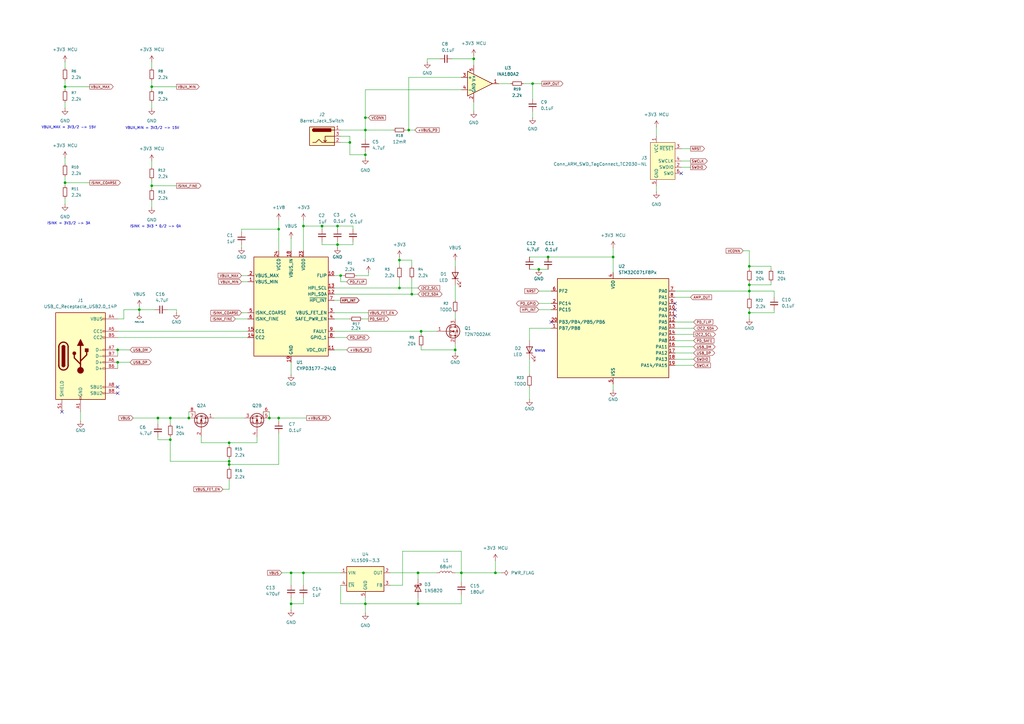
<source format=kicad_sch>
(kicad_sch (version 20250114) (generator "eeschema") (generator_version "9.0")
  (paper "A3")
  (text "STATUS" (at 221.488 144.018 0) (effects (font (size 0.762 0.762))))
  (text "VBUX_MAX = 3V3/2 -> 15V" (at 28.194 52.324 0) (effects (font (size 1.016 1.016))))
  (text "VBUX_MIN = 3V3/2 -> 15V" (at 62.484 52.578 0) (effects (font (size 1.016 1.016))))
  (text "ISINK = 3V3 * 0/2 -> 0A" (at 63.754 92.964 0) (effects (font (size 1.016 1.016))))
  (text "ISINK = 3V3/2 -> 3A" (at 28.194 91.694 0) (effects (font (size 1.016 1.016))))
  (junction (at 149.86 247.65))
  (junction (at 189.23 234.95))
  (junction (at 218.44 34.29))
  (junction (at 163.83 118.11))
  (junction (at 143.51 58.42))
  (junction (at 110.49 171.45))
  (junction (at 171.45 234.95))
  (junction (at 119.38 234.95))
  (junction (at 114.3 171.45))
  (junction (at 307.34 116.84))
  (junction (at 149.86 53.34))
  (junction (at 138.43 100.33))
  (junction (at 132.08 92.71))
  (junction (at 114.3 93.98))
  (junction (at 307.34 109.22))
  (junction (at 57.15 127))
  (junction (at 77.47 171.45))
  (junction (at 138.43 92.71))
  (junction (at 224.79 105.41))
  (junction (at 307.34 119.38))
  (junction (at 48.26 148.59))
  (junction (at 124.46 234.95))
  (junction (at 203.2 234.95))
  (junction (at 194.31 24.13))
  (junction (at 69.85 180.34))
  (junction (at 168.91 120.65))
  (junction (at 119.38 247.65))
  (junction (at 186.69 143.51))
  (junction (at 64.77 171.45))
  (junction (at 69.85 171.45))
  (junction (at 171.45 247.65))
  (junction (at 48.26 143.51))
  (junction (at 251.46 105.41))
  (junction (at 220.98 110.49))
  (junction (at 62.23 35.56))
  (junction (at 149.86 63.5))
  (junction (at 163.83 106.68))
  (junction (at 62.23 76.2))
  (junction (at 307.34 128.27))
  (junction (at 26.67 74.93))
  (junction (at 93.98 181.61))
  (junction (at 93.98 189.23))
  (junction (at 172.72 135.89))
  (junction (at 26.67 35.56))
  (junction (at 149.86 48.26))
  (junction (at 139.7 113.03))
  (junction (at 167.64 53.34))
  (junction (at 93.98 190.5))
  (junction (at 124.46 92.71))
  (no_connect (at 276.86 127))
  (no_connect (at 25.4 168.91))
  (no_connect (at 48.26 158.75))
  (no_connect (at 276.86 124.46))
  (no_connect (at 48.26 161.29))
  (no_connect (at 226.06 132.08))
  (no_connect (at 276.86 129.54))
  (no_connect (at 279.4 71.12))
  (wire (pts (xy 26.67 81.28) (xy 26.67 83.82)))
  (wire (pts (xy 149.86 36.83) (xy 149.86 48.26)))
  (wire (pts (xy 93.98 181.61) (xy 105.41 181.61)))
  (wire (pts (xy 189.23 226.06) (xy 189.23 234.95)))
  (wire (pts (xy 114.3 90.17) (xy 114.3 93.98)))
  (wire (pts (xy 276.86 149.86) (xy 284.48 149.86)))
  (wire (pts (xy 304.8 102.87) (xy 307.34 102.87)))
  (wire (pts (xy 307.34 119.38) (xy 307.34 121.92)))
  (wire (pts (xy 160.02 234.95) (xy 171.45 234.95)))
  (wire (pts (xy 26.67 74.93) (xy 26.67 76.2)))
  (wire (pts (xy 64.77 180.34) (xy 69.85 180.34)))
  (wire (pts (xy 168.91 106.68) (xy 168.91 109.22)))
  (wire (pts (xy 167.64 53.34) (xy 170.18 53.34)))
  (wire (pts (xy 144.78 100.33) (xy 144.78 99.06)))
  (wire (pts (xy 143.51 58.42) (xy 143.51 63.5)))
  (wire (pts (xy 124.46 234.95) (xy 139.7 234.95)))
  (wire (pts (xy 87.63 171.45) (xy 100.33 171.45)))
  (wire (pts (xy 132.08 92.71) (xy 132.08 93.98)))
  (wire (pts (xy 64.77 179.07) (xy 64.77 180.34)))
  (wire (pts (xy 114.3 177.8) (xy 114.3 190.5)))
  (wire (pts (xy 316.23 115.57) (xy 316.23 116.84)))
  (wire (pts (xy 62.23 73.66) (xy 62.23 76.2)))
  (wire (pts (xy 96.52 130.81) (xy 101.6 130.81)))
  (wire (pts (xy 163.83 106.68) (xy 168.91 106.68)))
  (wire (pts (xy 276.86 144.78) (xy 284.48 144.78)))
  (wire (pts (xy 62.23 33.02) (xy 62.23 35.56)))
  (wire (pts (xy 218.44 34.29) (xy 222.25 34.29)))
  (wire (pts (xy 224.79 105.41) (xy 251.46 105.41)))
  (wire (pts (xy 276.86 132.08) (xy 284.48 132.08)))
  (wire (pts (xy 137.16 130.81) (xy 143.51 130.81)))
  (wire (pts (xy 124.46 245.11) (xy 124.46 247.65)))
  (wire (pts (xy 114.3 171.45) (xy 125.73 171.45)))
  (wire (pts (xy 62.23 25.4) (xy 62.23 27.94)))
  (wire (pts (xy 307.34 116.84) (xy 316.23 116.84)))
  (wire (pts (xy 163.83 118.11) (xy 163.83 114.3)))
  (wire (pts (xy 203.2 234.95) (xy 203.2 229.87)))
  (wire (pts (xy 62.23 82.55) (xy 62.23 85.09)))
  (wire (pts (xy 189.23 234.95) (xy 203.2 234.95)))
  (wire (pts (xy 110.49 168.91) (xy 110.49 171.45)))
  (wire (pts (xy 279.4 60.96) (xy 283.21 60.96)))
  (wire (pts (xy 168.91 120.65) (xy 171.45 120.65)))
  (wire (pts (xy 220.98 110.49) (xy 224.79 110.49)))
  (wire (pts (xy 171.45 247.65) (xy 189.23 247.65)))
  (wire (pts (xy 166.37 53.34) (xy 167.64 53.34)))
  (wire (pts (xy 137.16 120.65) (xy 168.91 120.65)))
  (wire (pts (xy 307.34 128.27) (xy 317.5 128.27)))
  (wire (pts (xy 69.85 189.23) (xy 93.98 189.23)))
  (wire (pts (xy 307.34 116.84) (xy 307.34 119.38)))
  (wire (pts (xy 26.67 25.4) (xy 26.67 27.94)))
  (wire (pts (xy 138.43 99.06) (xy 138.43 100.33)))
  (wire (pts (xy 26.67 72.39) (xy 26.67 74.93)))
  (wire (pts (xy 160.02 240.03) (xy 165.1 240.03)))
  (wire (pts (xy 124.46 92.71) (xy 132.08 92.71)))
  (wire (pts (xy 137.16 135.89) (xy 172.72 135.89)))
  (wire (pts (xy 149.86 53.34) (xy 161.29 53.34)))
  (wire (pts (xy 69.85 173.99) (xy 69.85 171.45)))
  (wire (pts (xy 168.91 120.65) (xy 168.91 114.3)))
  (wire (pts (xy 138.43 92.71) (xy 144.78 92.71)))
  (wire (pts (xy 124.46 247.65) (xy 119.38 247.65)))
  (wire (pts (xy 149.86 247.65) (xy 171.45 247.65)))
  (wire (pts (xy 217.17 110.49) (xy 220.98 110.49)))
  (wire (pts (xy 115.57 234.95) (xy 119.38 234.95)))
  (wire (pts (xy 139.7 55.88) (xy 143.51 55.88)))
  (wire (pts (xy 99.06 113.03) (xy 101.6 113.03)))
  (wire (pts (xy 279.4 66.04) (xy 283.21 66.04)))
  (wire (pts (xy 82.55 181.61) (xy 93.98 181.61)))
  (wire (pts (xy 50.8 127) (xy 57.15 127)))
  (wire (pts (xy 172.72 143.51) (xy 186.69 143.51)))
  (wire (pts (xy 48.26 143.51) (xy 48.26 146.05)))
  (wire (pts (xy 93.98 181.61) (xy 93.98 182.88)))
  (wire (pts (xy 137.16 143.51) (xy 142.24 143.51)))
  (wire (pts (xy 82.55 179.07) (xy 82.55 181.61)))
  (wire (pts (xy 57.15 125.73) (xy 57.15 127)))
  (wire (pts (xy 137.16 118.11) (xy 163.83 118.11)))
  (wire (pts (xy 69.85 171.45) (xy 77.47 171.45)))
  (wire (pts (xy 214.63 34.29) (xy 218.44 34.29)))
  (wire (pts (xy 172.72 135.89) (xy 179.07 135.89)))
  (wire (pts (xy 139.7 115.57) (xy 142.24 115.57)))
  (wire (pts (xy 114.3 102.87) (xy 114.3 93.98)))
  (wire (pts (xy 269.24 76.2) (xy 269.24 78.74)))
  (wire (pts (xy 132.08 100.33) (xy 138.43 100.33)))
  (wire (pts (xy 186.69 140.97) (xy 186.69 143.51)))
  (wire (pts (xy 217.17 134.62) (xy 226.06 134.62)))
  (wire (pts (xy 26.67 74.93) (xy 36.83 74.93)))
  (wire (pts (xy 186.69 128.27) (xy 186.69 130.81)))
  (wire (pts (xy 171.45 234.95) (xy 179.07 234.95)))
  (wire (pts (xy 218.44 34.29) (xy 218.44 40.64)))
  (wire (pts (xy 110.49 171.45) (xy 114.3 171.45)))
  (wire (pts (xy 119.38 247.65) (xy 119.38 250.19)))
  (wire (pts (xy 186.69 123.19) (xy 186.69 116.84)))
  (wire (pts (xy 151.13 113.03) (xy 146.05 113.03)))
  (wire (pts (xy 139.7 53.34) (xy 149.86 53.34)))
  (wire (pts (xy 26.67 33.02) (xy 26.67 35.56)))
  (wire (pts (xy 143.51 63.5) (xy 149.86 63.5)))
  (wire (pts (xy 139.7 113.03) (xy 139.7 115.57)))
  (wire (pts (xy 163.83 118.11) (xy 171.45 118.11)))
  (wire (pts (xy 137.16 113.03) (xy 139.7 113.03)))
  (wire (pts (xy 93.98 191.77) (xy 93.98 190.5)))
  (wire (pts (xy 175.26 24.13) (xy 180.34 24.13)))
  (wire (pts (xy 172.72 135.89) (xy 172.72 137.16)))
  (wire (pts (xy 138.43 101.6) (xy 138.43 100.33)))
  (wire (pts (xy 186.69 234.95) (xy 189.23 234.95)))
  (wire (pts (xy 165.1 226.06) (xy 189.23 226.06)))
  (wire (pts (xy 62.23 76.2) (xy 72.39 76.2)))
  (wire (pts (xy 151.13 111.76) (xy 151.13 113.03)))
  (wire (pts (xy 48.26 135.89) (xy 101.6 135.89)))
  (wire (pts (xy 114.3 190.5) (xy 93.98 190.5)))
  (wire (pts (xy 132.08 92.71) (xy 138.43 92.71)))
  (wire (pts (xy 119.38 234.95) (xy 124.46 234.95)))
  (wire (pts (xy 185.42 24.13) (xy 194.31 24.13)))
  (wire (pts (xy 99.06 93.98) (xy 99.06 95.25)))
  (wire (pts (xy 171.45 234.95) (xy 171.45 237.49)))
  (wire (pts (xy 148.59 130.81) (xy 151.13 130.81)))
  (wire (pts (xy 218.44 45.72) (xy 218.44 48.26)))
  (wire (pts (xy 99.06 101.6) (xy 99.06 100.33)))
  (wire (pts (xy 217.17 139.7) (xy 217.17 134.62)))
  (wire (pts (xy 62.23 66.04) (xy 62.23 68.58)))
  (wire (pts (xy 316.23 109.22) (xy 316.23 110.49)))
  (wire (pts (xy 114.3 171.45) (xy 114.3 172.72)))
  (wire (pts (xy 203.2 234.95) (xy 205.74 234.95)))
  (wire (pts (xy 57.15 127) (xy 63.5 127)))
  (wire (pts (xy 220.98 124.46) (xy 226.06 124.46)))
  (wire (pts (xy 307.34 110.49) (xy 307.34 109.22)))
  (wire (pts (xy 119.38 97.79) (xy 119.38 102.87)))
  (wire (pts (xy 124.46 102.87) (xy 124.46 92.71)))
  (wire (pts (xy 119.38 148.59) (xy 119.38 153.67)))
  (wire (pts (xy 99.06 128.27) (xy 101.6 128.27)))
  (wire (pts (xy 220.98 127) (xy 226.06 127)))
  (wire (pts (xy 54.61 171.45) (xy 64.77 171.45)))
  (wire (pts (xy 33.02 168.91) (xy 33.02 172.72)))
  (wire (pts (xy 171.45 247.65) (xy 171.45 245.11)))
  (wire (pts (xy 217.17 158.75) (xy 217.17 163.83)))
  (wire (pts (xy 26.67 64.77) (xy 26.67 67.31)))
  (wire (pts (xy 307.34 127) (xy 307.34 128.27)))
  (wire (pts (xy 276.86 147.32) (xy 284.48 147.32)))
  (wire (pts (xy 279.4 68.58) (xy 283.21 68.58)))
  (wire (pts (xy 138.43 92.71) (xy 138.43 93.98)))
  (wire (pts (xy 68.58 127) (xy 72.39 127)))
  (wire (pts (xy 186.69 143.51) (xy 186.69 144.78)))
  (wire (pts (xy 149.86 53.34) (xy 149.86 57.15)))
  (wire (pts (xy 72.39 127) (xy 72.39 128.27)))
  (wire (pts (xy 307.34 128.27) (xy 307.34 130.81)))
  (wire (pts (xy 62.23 76.2) (xy 62.23 77.47)))
  (wire (pts (xy 138.43 100.33) (xy 144.78 100.33)))
  (wire (pts (xy 251.46 101.6) (xy 251.46 105.41)))
  (wire (pts (xy 251.46 105.41) (xy 251.46 111.76)))
  (wire (pts (xy 139.7 240.03) (xy 139.7 247.65)))
  (wire (pts (xy 149.86 48.26) (xy 149.86 53.34)))
  (wire (pts (xy 48.26 143.51) (xy 53.34 143.51)))
  (wire (pts (xy 307.34 119.38) (xy 317.5 119.38)))
  (wire (pts (xy 26.67 35.56) (xy 26.67 36.83)))
  (wire (pts (xy 149.86 62.23) (xy 149.86 63.5)))
  (wire (pts (xy 194.31 24.13) (xy 194.31 26.67)))
  (wire (pts (xy 137.16 128.27) (xy 151.13 128.27)))
  (wire (pts (xy 317.5 127) (xy 317.5 128.27)))
  (wire (pts (xy 217.17 147.32) (xy 217.17 153.67)))
  (wire (pts (xy 307.34 115.57) (xy 307.34 116.84)))
  (wire (pts (xy 62.23 35.56) (xy 62.23 36.83)))
  (wire (pts (xy 167.64 53.34) (xy 167.64 31.75)))
  (wire (pts (xy 149.86 63.5) (xy 149.86 64.77)))
  (wire (pts (xy 204.47 34.29) (xy 209.55 34.29)))
  (wire (pts (xy 276.86 121.92) (xy 283.21 121.92)))
  (wire (pts (xy 276.86 139.7) (xy 284.48 139.7)))
  (wire (pts (xy 167.64 31.75) (xy 189.23 31.75)))
  (wire (pts (xy 132.08 100.33) (xy 132.08 99.06)))
  (wire (pts (xy 189.23 234.95) (xy 189.23 238.76)))
  (wire (pts (xy 69.85 180.34) (xy 69.85 189.23)))
  (wire (pts (xy 48.26 148.59) (xy 48.26 151.13)))
  (wire (pts (xy 64.77 171.45) (xy 69.85 171.45)))
  (wire (pts (xy 50.8 130.81) (xy 48.26 130.81)))
  (wire (pts (xy 137.16 138.43) (xy 142.24 138.43)))
  (wire (pts (xy 77.47 168.91) (xy 77.47 171.45)))
  (wire (pts (xy 57.15 127) (xy 57.15 128.27)))
  (wire (pts (xy 276.86 134.62) (xy 284.48 134.62)))
  (wire (pts (xy 93.98 196.85) (xy 93.98 200.66)))
  (wire (pts (xy 119.38 245.11) (xy 119.38 247.65)))
  (wire (pts (xy 307.34 109.22) (xy 316.23 109.22)))
  (wire (pts (xy 48.26 138.43) (xy 101.6 138.43)))
  (wire (pts (xy 124.46 234.95) (xy 124.46 240.03)))
  (wire (pts (xy 139.7 113.03) (xy 140.97 113.03)))
  (wire (pts (xy 105.41 181.61) (xy 105.41 179.07)))
  (wire (pts (xy 276.86 142.24) (xy 284.48 142.24)))
  (wire (pts (xy 194.31 22.86) (xy 194.31 24.13)))
  (wire (pts (xy 175.26 25.4) (xy 175.26 24.13)))
  (wire (pts (xy 149.86 245.11) (xy 149.86 247.65)))
  (wire (pts (xy 48.26 148.59) (xy 53.34 148.59)))
  (wire (pts (xy 50.8 127) (xy 50.8 130.81)))
  (wire (pts (xy 99.06 115.57) (xy 101.6 115.57)))
  (wire (pts (xy 220.98 119.38) (xy 226.06 119.38)))
  (wire (pts (xy 143.51 58.42) (xy 139.7 58.42)))
  (wire (pts (xy 217.17 105.41) (xy 224.79 105.41)))
  (wire (pts (xy 317.5 119.38) (xy 317.5 121.92)))
  (wire (pts (xy 26.67 35.56) (xy 36.83 35.56)))
  (wire (pts (xy 93.98 187.96) (xy 93.98 189.23)))
  (wire (pts (xy 165.1 240.03) (xy 165.1 226.06)))
  (wire (pts (xy 172.72 142.24) (xy 172.72 143.51)))
  (wire (pts (xy 189.23 247.65) (xy 189.23 243.84)))
  (wire (pts (xy 276.86 119.38) (xy 307.34 119.38)))
  (wire (pts (xy 64.77 173.99) (xy 64.77 171.45)))
  (wire (pts (xy 149.86 247.65) (xy 149.86 251.46)))
  (wire (pts (xy 62.23 35.56) (xy 72.39 35.56)))
  (wire (pts (xy 269.24 52.07) (xy 269.24 55.88)))
  (wire (pts (xy 186.69 106.68) (xy 186.69 109.22)))
  (wire (pts (xy 149.86 36.83) (xy 189.23 36.83)))
  (wire (pts (xy 137.16 123.19) (xy 139.7 123.19)))
  (wire (pts (xy 194.31 41.91) (xy 194.31 45.72)))
  (wire (pts (xy 62.23 41.91) (xy 62.23 44.45)))
  (wire (pts (xy 93.98 200.66) (xy 91.44 200.66)))
  (wire (pts (xy 143.51 55.88) (xy 143.51 58.42)))
  (wire (pts (xy 163.83 105.41) (xy 163.83 106.68)))
  (wire (pts (xy 114.3 93.98) (xy 99.06 93.98)))
  (wire (pts (xy 149.86 48.26) (xy 151.13 48.26)))
  (wire (pts (xy 119.38 240.03) (xy 119.38 234.95)))
  (wire (pts (xy 144.78 92.71) (xy 144.78 93.98)))
  (wire (pts (xy 93.98 189.23) (xy 93.98 190.5)))
  (wire (pts (xy 276.86 137.16) (xy 284.48 137.16)))
  (wire (pts (xy 69.85 180.34) (xy 69.85 179.07)))
  (wire (pts (xy 251.46 157.48) (xy 251.46 160.02)))
  (wire (pts (xy 139.7 247.65) (xy 149.86 247.65)))
  (wire (pts (xy 163.83 109.22) (xy 163.83 106.68)))
  (wire (pts (xy 26.67 41.91) (xy 26.67 44.45)))
  (wire (pts (xy 307.34 102.87) (xy 307.34 109.22)))
  (wire (pts (xy 124.46 90.17) (xy 124.46 92.71)))
  (global_label "I2C2_SDA" (shape bidirectional) (at 171.45 120.65 0) (effects (font (size 1.016 1.016))) (property "Intersheetrefs" "${INTERSHEET_REFS}" (effects (hide yes))))
  (global_label "USB_DP" (shape bidirectional) (at 53.34 148.59 0) (effects (font (size 1.016 1.016))) (property "Intersheetrefs" "${INTERSHEET_REFS}" (effects (hide yes))))
  (global_label "SWCLK" (shape input) (at 284.48 149.86 0) (effects (font (size 1.016 1.016))) (property "Intersheetrefs" "${INTERSHEET_REFS}" (effects (hide yes))))
  (global_label "PD_FLIP" (shape input) (at 142.24 115.57 0) (effects (font (size 1.016 1.016))) (property "Intersheetrefs" "${INTERSHEET_REFS}" (effects (hide yes))))
  (global_label "VBUX_MAX" (shape output) (at 36.83 35.56 0) (effects (font (size 1.016 1.016))) (property "Intersheetrefs" "${INTERSHEET_REFS}" (effects (hide yes))))
  (global_label "NRST" (shape output) (at 283.21 60.96 0) (effects (font (size 1.016 1.016))) (property "Intersheetrefs" "${INTERSHEET_REFS}" (effects (hide yes))))
  (global_label "+VBUS_PD" (shape output) (at 125.73 171.45 0) (effects (font (size 1.016 1.016))) (property "Intersheetrefs" "${INTERSHEET_REFS}" (effects (hide yes))))
  (global_label "AMP_OUT" (shape input) (at 283.21 121.92 0) (effects (font (size 1.016 1.016))) (property "Intersheetrefs" "${INTERSHEET_REFS}" (effects (hide yes))))
  (global_label "SWCLK" (shape output) (at 283.21 66.04 0) (effects (font (size 1.016 1.016))) (property "Intersheetrefs" "${INTERSHEET_REFS}" (effects (hide yes))))
  (global_label "PD_SAFE" (shape output) (at 151.13 130.81 0) (effects (font (size 1.016 1.016))) (property "Intersheetrefs" "${INTERSHEET_REFS}" (effects (hide yes))))
  (global_label "SWDIO" (shape output) (at 283.21 68.58 0) (effects (font (size 1.016 1.016))) (property "Intersheetrefs" "${INTERSHEET_REFS}" (effects (hide yes))))
  (global_label "NRST" (shape input) (at 220.98 119.38 180) (effects (font (size 1.016 1.016))) (property "Intersheetrefs" "${INTERSHEET_REFS}" (effects (hide yes))))
  (global_label "USB_DP" (shape bidirectional) (at 284.48 144.78 0) (effects (font (size 1.016 1.016))) (property "Intersheetrefs" "${INTERSHEET_REFS}" (effects (hide yes))))
  (global_label "VCONN" (shape input) (at 304.8 102.87 180) (effects (font (size 1.016 1.016))) (property "Intersheetrefs" "${INTERSHEET_REFS}" (effects (hide yes))))
  (global_label "I2C2_SDA" (shape bidirectional) (at 284.48 134.62 0) (effects (font (size 1.016 1.016))) (property "Intersheetrefs" "${INTERSHEET_REFS}" (effects (hide yes))))
  (global_label "VBUX_MIN" (shape output) (at 72.39 35.56 0) (effects (font (size 1.016 1.016))) (property "Intersheetrefs" "${INTERSHEET_REFS}" (effects (hide yes))))
  (global_label "VBUS_FET_EN" (shape output) (at 151.13 128.27 0) (effects (font (size 1.016 1.016))) (property "Intersheetrefs" "${INTERSHEET_REFS}" (effects (hide yes))))
  (global_label "ISINK_COARSE" (shape output) (at 36.83 74.93 0) (effects (font (size 1.016 1.016))) (property "Intersheetrefs" "${INTERSHEET_REFS}" (effects (hide yes))))
  (global_label "I2C2_SCL" (shape input) (at 171.45 118.11 0) (effects (font (size 1.016 1.016))) (property "Intersheetrefs" "${INTERSHEET_REFS}" (effects (hide yes))))
  (global_label "USB_DM" (shape bidirectional) (at 284.48 142.24 0) (effects (font (size 1.016 1.016))) (property "Intersheetrefs" "${INTERSHEET_REFS}" (effects (hide yes))))
  (global_label "PD_SAFE" (shape input) (at 284.48 139.7 0) (effects (font (size 1.016 1.016))) (property "Intersheetrefs" "${INTERSHEET_REFS}" (effects (hide yes))))
  (global_label "VBUS" (shape input) (at 115.57 234.95 180) (effects (font (size 1.016 1.016))) (property "Intersheetrefs" "${INTERSHEET_REFS}" (effects (hide yes))))
  (global_label "I2C2_SCL" (shape output) (at 284.48 137.16 0) (effects (font (size 1.016 1.016))) (property "Intersheetrefs" "${INTERSHEET_REFS}" (effects (hide yes))))
  (global_label "VBUX_MIN" (shape input) (at 99.06 115.57 180) (effects (font (size 1.016 1.016))) (property "Intersheetrefs" "${INTERSHEET_REFS}" (effects (hide yes))))
  (global_label "VBUX_MAX" (shape input) (at 99.06 113.03 180) (effects (font (size 1.016 1.016))) (property "Intersheetrefs" "${INTERSHEET_REFS}" (effects (hide yes))))
  (global_label "VCONN" (shape input) (at 151.13 48.26 0) (effects (font (size 1.016 1.016))) (property "Intersheetrefs" "${INTERSHEET_REFS}" (effects (hide yes))))
  (global_label "PD_GPIO" (shape bidirectional) (at 220.98 124.46 180) (effects (font (size 1.016 1.016))) (property "Intersheetrefs" "${INTERSHEET_REFS}" (effects (hide yes))))
  (global_label "+VBUS_PD" (shape input) (at 170.18 53.34 0) (effects (font (size 1.016 1.016))) (property "Intersheetrefs" "${INTERSHEET_REFS}" (effects (hide yes))))
  (global_label "AMP_OUT" (shape output) (at 222.25 34.29 0) (effects (font (size 1.016 1.016))) (property "Intersheetrefs" "${INTERSHEET_REFS}" (effects (hide yes))))
  (global_label "ISINK_COARSE" (shape input) (at 99.06 128.27 180) (effects (font (size 1.016 1.016))) (property "Intersheetrefs" "${INTERSHEET_REFS}" (effects (hide yes))))
  (global_label "VBUS_FET_EN" (shape input) (at 91.44 200.66 180) (effects (font (size 1.016 1.016))) (property "Intersheetrefs" "${INTERSHEET_REFS}" (effects (hide yes))))
  (global_label "USB_DM" (shape bidirectional) (at 53.34 143.51 0) (effects (font (size 1.016 1.016))) (property "Intersheetrefs" "${INTERSHEET_REFS}" (effects (hide yes))))
  (global_label "ISINK_FINE" (shape input) (at 96.52 130.81 180) (effects (font (size 1.016 1.016))) (property "Intersheetrefs" "${INTERSHEET_REFS}" (effects (hide yes))))
  (global_label "HPI_INT" (shape input) (at 220.98 127 180) (effects (font (size 1.016 1.016))) (property "Intersheetrefs" "${INTERSHEET_REFS}" (effects (hide yes))))
  (global_label "ISINK_FINE" (shape output) (at 72.39 76.2 0) (effects (font (size 1.016 1.016))) (property "Intersheetrefs" "${INTERSHEET_REFS}" (effects (hide yes))))
  (global_label "SWDIO" (shape input) (at 284.48 147.32 0) (effects (font (size 1.016 1.016))) (property "Intersheetrefs" "${INTERSHEET_REFS}" (effects (hide yes))))
  (global_label "PD_GPIO" (shape bidirectional) (at 142.24 138.43 0) (effects (font (size 1.016 1.016))) (property "Intersheetrefs" "${INTERSHEET_REFS}" (effects (hide yes))))
  (global_label "+VBUS_PD" (shape input) (at 142.24 143.51 0) (effects (font (size 1.016 1.016))) (property "Intersheetrefs" "${INTERSHEET_REFS}" (effects (hide yes))))
  (global_label "HPI_INT" (shape output) (at 139.7 123.19 0) (effects (font (size 1.016 1.016))) (property "Intersheetrefs" "${INTERSHEET_REFS}" (effects (hide yes))))
  (global_label "HPI_INT" (shape output) (at 139.7 123.19 0) (effects (font (size 1.016 1.016))) (property "Intersheetrefs" "${INTERSHEET_REFS}" (effects (hide yes))))
  (global_label "PD_FLIP" (shape input) (at 284.48 132.08 0) (effects (font (size 1.016 1.016))) (property "Intersheetrefs" "${INTERSHEET_REFS}" (effects (hide yes))))
  (global_label "VBUS" (shape input) (at 54.61 171.45 180) (effects (font (size 1.016 1.016))) (property "Intersheetrefs" "${INTERSHEET_REFS}" (effects (hide yes))))
  (symbol (lib_id "power:VBUS") (at 186.69 106.68 0) (unit 1)
    (property "Reference" "#PWR06" (effects (hide yes)))
    (property "Value" "VBUS" (at 186.69 101.6 0))
    (property "Description" "Power symbol creates a global label with name \"VBUS\"" (effects (hide yes)))
  )
  (symbol (lib_id "power:GND") (at 26.67 83.82 0) (unit 1)
    (property "Reference" "#PWR015" (effects (hide yes)))
    (property "Value" "GND" (at 26.67 88.9 0))
    (property "Description" "Power symbol creates a global label with name \"GND\" , ground" (effects (hide yes)))
  )
  (symbol (lib_id "Device:R_Small") (at 26.67 30.48 0) (unit 1)
    (property "Reference" "R6" (at 29.21 29.2099 0) (effects (font (size 1.016 1.016)) (justify left)))
    (property "Value" "2.2k" (at 29.21 31.7499 0) (effects (justify left)))
    (property "Footprint" "Resistor_SMD:R_0603_1608Metric_Pad0.98x0.95mm_HandSolder" (effects (hide yes)))
    (property "Description" "Resistor, small symbol" (effects (hide yes)))
  )
  (symbol (lib_id "power:GND") (at 149.86 64.77 0) (unit 1)
    (property "Reference" "#PWR016" (effects (hide yes)))
    (property "Value" "GND" (at 149.86 69.85 0))
    (property "Description" "Power symbol creates a global label with name \"GND\" , ground" (effects (hide yes)))
  )
  (symbol (lib_id "power:+3V3") (at 26.67 25.4 0) (unit 1)
    (property "Reference" "#PWR010" (effects (hide yes)))
    (property "Value" "+3V3 MCU" (at 26.67 20.32 0))
    (property "Description" "Power symbol creates a global label with name \"+3V3\"" (effects (hide yes)))
  )
  (symbol (lib_id "power:GND") (at 217.17 163.83 0) (unit 1)
    (property "Reference" "#PWR026" (effects (hide yes)))
    (property "Value" "GND" (at 217.17 167.64 0))
    (property "Description" "Power symbol creates a global label with name \"GND\" , ground" (effects (hide yes)))
  )
  (symbol (lib_id "power:GND") (at 62.23 85.09 0) (unit 1)
    (property "Reference" "#PWR018" (effects (hide yes)))
    (property "Value" "GND" (at 62.23 90.17 0))
    (property "Description" "Power symbol creates a global label with name \"GND\" , ground" (effects (hide yes)))
  )
  (symbol (lib_id "Device:C_Small") (at 138.43 96.52 0) (unit 1)
    (property "Reference" "C3" (at 136.652 88.138 0) (effects (justify left)))
    (property "Value" "0.1uF" (at 136.652 90.678 0) (effects (justify left)))
    (property "Footprint" "Capacitor_SMD:C_0603_1608Metric_Pad1.08x0.95mm_HandSolder" (effects (hide yes)))
    (property "Description" "Unpolarized capacitor, small symbol" (effects (hide yes)))
  )
  (symbol (lib_id "power:GND") (at 62.23 44.45 0) (unit 1)
    (property "Reference" "#PWR013" (effects (hide yes)))
    (property "Value" "GND" (at 62.23 49.53 0))
    (property "Description" "Power symbol creates a global label with name \"GND\" , ground" (effects (hide yes)))
  )
  (symbol (lib_id "power:GND") (at 72.39 128.27 0) (unit 1)
    (property "Reference" "#PWR036" (effects (hide yes)))
    (property "Value" "GND" (at 72.39 132.08 0))
    (property "Description" "Power symbol creates a global label with name \"GND\" , ground" (effects (hide yes)))
  )
  (symbol (lib_id "Device:R_Small") (at 62.23 71.12 0) (unit 1)
    (property "Reference" "R12" (at 64.77 69.8499 0) (effects (font (size 1.016 1.016)) (justify left)))
    (property "Value" "2.2k" (at 64.77 72.3899 0) (effects (justify left)))
    (property "Footprint" "Resistor_SMD:R_0603_1608Metric_Pad0.98x0.95mm_HandSolder" (effects (hide yes)))
    (property "Description" "Resistor, small symbol" (effects (hide yes)))
  )
  (symbol (lib_id "Device:R_Small") (at 168.91 111.76 0) (unit 1)
    (property "Reference" "R4" (at 171.45 110.4899 0) (effects (font (size 1.016 1.016)) (justify left)))
    (property "Value" "2.2k" (at 171.45 113.0299 0) (effects (justify left)))
    (property "Footprint" "Resistor_SMD:R_0603_1608Metric_Pad0.98x0.95mm_HandSolder" (effects (hide yes)))
    (property "Description" "Resistor, small symbol" (effects (hide yes)))
  )
  (symbol (lib_id "Device:R_Small") (at 307.34 113.03 0) (unit 1)
    (property "Reference" "R20" (at 309.88 111.7599 0) (effects (font (size 1.016 1.016)) (justify left)))
    (property "Value" "20k" (at 309.88 114.2999 0) (effects (justify left)))
    (property "Footprint" "Resistor_SMD:R_0603_1608Metric_Pad0.98x0.95mm_HandSolder" (effects (hide yes)))
    (property "Description" "Resistor, small symbol" (effects (hide yes)))
  )
  (symbol (lib_id "Transistor_FET:T2N7002AK") (at 184.15 135.89 0) (unit 1)
    (property "Reference" "Q1" (at 190.5 134.6199 0) (effects (justify left)))
    (property "Value" "T2N7002AK" (at 190.5 137.1599 0) (effects (justify left)))
    (property "Footprint" "Package_TO_SOT_SMD:SOT-23" (effects (hide yes)))
    (property "Datasheet" "https://toshiba.semicon-storage.com/info/docget.jsp?did=29712&prodName=T2N7002AK" (effects (hide yes)))
    (property "Description" "60V Vds, 0.2A Id, N-Channel MOSFET, SOT-23" (effects (hide yes)))
  )
  (symbol (lib_id "Device:C_Small") (at 99.06 97.79 0) (unit 1)
    (property "Reference" "C1" (at 92.964 96.52 0) (effects (justify left)))
    (property "Value" "1uF" (at 92.964 99.06 0) (effects (justify left)))
    (property "Footprint" "Capacitor_SMD:C_0603_1608Metric_Pad1.08x0.95mm_HandSolder" (effects (hide yes)))
    (property "Description" "Unpolarized capacitor, small symbol" (effects (hide yes)))
  )
  (symbol (lib_id "Device:LED") (at 217.17 143.51 90) (unit 1)
    (property "Reference" "D2" (at 212.4075 142.875 90))
    (property "Value" "LED" (at 212.4075 145.415 90))
    (property "Footprint" "Diode_SMD:D_0603_1608Metric_Pad1.05x0.95mm_HandSolder" (effects (hide yes)))
    (property "Description" "Light emitting diode" (effects (hide yes)))
    (property "Sim.Pins" "1=K 2=A" (effects (hide yes)))
  )
  (symbol (lib_id "Device:R_Small") (at 172.72 139.7 180) (unit 1)
    (property "Reference" "R5" (at 168.91 138.43 0) (effects (font (size 1.016 1.016))))
    (property "Value" "20k" (at 168.91 140.97 0))
    (property "Footprint" "Resistor_SMD:R_0603_1608Metric_Pad0.98x0.95mm_HandSolder" (effects (hide yes)))
    (property "Description" "Resistor, small symbol" (effects (hide yes)))
  )
  (symbol (lib_id "Device:R_Small") (at 143.51 113.03 90) (unit 1)
    (property "Reference" "R1" (at 143.51 107.95 90) (effects (font (size 1.016 1.016))))
    (property "Value" "2.2k" (at 143.51 110.49 90))
    (property "Footprint" "Resistor_SMD:R_0603_1608Metric_Pad0.98x0.95mm_HandSolder" (effects (hide yes)))
    (property "Description" "Resistor, small symbol" (effects (hide yes)))
  )
  (symbol (lib_id "power:+3V3") (at 124.46 90.17 0) (unit 1)
    (property "Reference" "#PWR04" (effects (hide yes)))
    (property "Value" "+3V3" (at 124.46 85.09 0))
    (property "Description" "Power symbol creates a global label with name \"+3V3\"" (effects (hide yes)))
  )
  (symbol (lib_id "power:PWR_FLAG") (at 205.74 234.95 270) (unit 1)
    (property "Reference" "#FLG01" (effects (hide yes)))
    (property "Value" "PWR_FLAG" (at 209.55 234.9499 90) (effects (justify left)))
    (property "Description" "Special symbol for telling ERC where power comes from" (effects (hide yes)))
  )
  (symbol (lib_id "Device:R_Small") (at 146.05 130.81 90) (unit 1)
    (property "Reference" "R17" (at 146.05 132.842 90) (effects (font (size 1.016 1.016))))
    (property "Value" "2.2k" (at 146.05 134.62 90))
    (property "Footprint" "Resistor_SMD:R_0603_1608Metric_Pad0.98x0.95mm_HandSolder" (effects (hide yes)))
    (property "Description" "Resistor, small symbol" (effects (hide yes)))
  )
  (symbol (lib_id "Device:C_Small") (at 182.88 24.13 270) (unit 1)
    (property "Reference" "C8" (at 181.102 18.034 90) (effects (justify left)))
    (property "Value" "0.1uF" (at 181.102 20.574 90) (effects (justify left)))
    (property "Footprint" "Capacitor_SMD:C_0603_1608Metric_Pad1.08x0.95mm_HandSolder" (effects (hide yes)))
    (property "Description" "Unpolarized capacitor, small symbol" (effects (hide yes)))
  )
  (symbol (lib_id "usb-c-pd-prodj-lib:DMP3098LSD-13") (at 82.55 173.99 90) (unit 1)
    (property "Reference" "Q2" (at 82.55 166.37 90))
    (property "Footprint" "usb-c-pd-lib:SOIC127P600X175-8N" (effects (hide yes)))
    (property "Datasheet" "https://www.diodes.com/assets/Datasheets/ds31448.pdf" (effects (hide yes)))
    (property "Description" "P-MOSFET transistor, drain/gate/source" (effects (hide yes)))
  )
  (symbol (lib_id "power:GND") (at 26.67 44.45 0) (unit 1)
    (property "Reference" "#PWR011" (effects (hide yes)))
    (property "Value" "GND" (at 26.67 49.53 0))
    (property "Description" "Power symbol creates a global label with name \"GND\" , ground" (effects (hide yes)))
  )
  (symbol (lib_id "Device:R_Small") (at 186.69 125.73 180) (unit 1)
    (property "Reference" "R2" (at 182.88 124.46 0) (effects (font (size 1.016 1.016))))
    (property "Value" "TODO" (at 182.88 127 0))
    (property "Footprint" "Resistor_SMD:R_0603_1608Metric_Pad0.98x0.95mm_HandSolder" (effects (hide yes)))
    (property "Description" "Resistor, small symbol" (effects (hide yes)))
  )
  (symbol (lib_id "Device:R_Small") (at 212.09 34.29 90) (unit 1)
    (property "Reference" "R19" (at 212.09 36.576 90) (effects (font (size 1.016 1.016))))
    (property "Value" "2.2k" (at 212.09 39.116 90))
    (property "Footprint" "Resistor_SMD:R_0603_1608Metric_Pad0.98x0.95mm_HandSolder" (effects (hide yes)))
    (property "Description" "Resistor, small symbol" (effects (hide yes)))
  )
  (symbol (lib_id "Device:R_Small") (at 163.83 111.76 0) (unit 1)
    (property "Reference" "R3" (at 157.734 110.49 0) (effects (font (size 1.016 1.016)) (justify left)))
    (property "Value" "2.2k" (at 157.734 113.03 0) (effects (justify left)))
    (property "Footprint" "Resistor_SMD:R_0603_1608Metric_Pad0.98x0.95mm_HandSolder" (effects (hide yes)))
    (property "Description" "Resistor, small symbol" (effects (hide yes)))
  )
  (symbol (lib_id "power:GND") (at 99.06 101.6 0) (unit 1)
    (property "Reference" "#PWR02" (effects (hide yes)))
    (property "Value" "GND" (at 99.06 105.41 0))
    (property "Description" "Power symbol creates a global label with name \"GND\" , ground" (effects (hide yes)))
  )
  (symbol (lib_id "power:GND") (at 218.44 48.26 0) (unit 1)
    (property "Reference" "#PWR022" (effects (hide yes)))
    (property "Value" "GND" (at 218.44 52.832 0))
    (property "Description" "Power symbol creates a global label with name \"GND\" , ground" (effects (hide yes)))
  )
  (symbol (lib_id "power:+3V3") (at 151.13 111.76 0) (unit 1)
    (property "Reference" "#PWR01" (effects (hide yes)))
    (property "Value" "+3V3" (at 151.13 106.68 0))
    (property "Description" "Power symbol creates a global label with name \"+3V3\"" (effects (hide yes)))
  )
  (symbol (lib_id "power:GND") (at 194.31 45.72 0) (unit 1)
    (property "Reference" "#PWR021" (effects (hide yes)))
    (property "Value" "GND" (at 194.31 50.292 0))
    (property "Description" "Power symbol creates a global label with name \"GND\" , ground" (effects (hide yes)))
  )
  (symbol (lib_id "Device:R_Small") (at 62.23 30.48 0) (unit 1)
    (property "Reference" "R8" (at 64.77 29.2099 0) (effects (font (size 1.016 1.016)) (justify left)))
    (property "Value" "2.2k" (at 64.77 31.7499 0) (effects (justify left)))
    (property "Footprint" "Resistor_SMD:R_0603_1608Metric_Pad0.98x0.95mm_HandSolder" (effects (hide yes)))
    (property "Description" "Resistor, small symbol" (effects (hide yes)))
  )
  (symbol (lib_id "power:+3V3") (at 194.31 22.86 0) (unit 1)
    (property "Reference" "#PWR019" (effects (hide yes)))
    (property "Value" "+3V3 MCU" (at 194.31 17.78 0))
    (property "Description" "Power symbol creates a global label with name \"+3V3\"" (effects (hide yes)))
  )
  (symbol (lib_id "Interface_USB:CYPD3177-24LQ") (at 119.38 125.73 0) (unit 1)
    (property "Reference" "U1" (at 121.5233 148.59 0) (effects (justify left)))
    (property "Value" "CYPD3177-24LQ" (at 121.5233 151.13 0) (effects (justify left)))
    (property "Footprint" "Package_DFN_QFN:QFN-24-1EP_4x4mm_P0.5mm_EP2.75x2.75mm" (effects (hide yes)))
    (property "Datasheet" "https://www.infineon.com/dgdl/Infineon-EZ-PD_BCR_Datasheet_USB_Type-C_Port_Controller_for_Power_Sinks-DataSheet-v03_00-EN.pdf?fileId=8ac78c8c7d0d8da4017d0ee7ce9d70ad" (effects (hide yes)))
    (property "Description" "Stand-alone USB PD controller (with sink Auto-run mode), QFN-24" (effects (hide yes)))
  )
  (symbol (lib_id "power:+3V3") (at 62.23 25.4 0) (unit 1)
    (property "Reference" "#PWR012" (effects (hide yes)))
    (property "Value" "+3V3 MCU" (at 62.23 20.32 0))
    (property "Description" "Power symbol creates a global label with name \"+3V3\"" (effects (hide yes)))
  )
  (symbol (lib_id "Device:C_Small") (at 317.5 124.46 0) (unit 1)
    (property "Reference" "C10" (at 320.548 122.936 0) (effects (justify left)))
    (property "Value" "0.1uF" (at 320.548 125.476 0) (effects (justify left)))
    (property "Footprint" "Capacitor_SMD:C_0603_1608Metric_Pad1.08x0.95mm_HandSolder" (effects (hide yes)))
    (property "Description" "Unpolarized capacitor, small symbol" (effects (hide yes)))
  )
  (symbol (lib_id "Device:R_Small") (at 307.34 124.46 0) (unit 1)
    (property "Reference" "R22" (at 309.88 123.1899 0) (effects (font (size 1.016 1.016)) (justify left)))
    (property "Value" "2.2k" (at 309.88 125.7299 0) (effects (justify left)))
    (property "Footprint" "Resistor_SMD:R_0603_1608Metric_Pad0.98x0.95mm_HandSolder" (effects (hide yes)))
    (property "Description" "Resistor, small symbol" (effects (hide yes)))
  )
  (symbol (lib_id "power:GND") (at 138.43 101.6 0) (unit 1)
    (property "Reference" "#PWR05" (effects (hide yes)))
    (property "Value" "GND" (at 138.43 105.41 0))
    (property "Description" "Power symbol creates a global label with name \"GND\" , ground" (effects (hide yes)))
  )
  (symbol (lib_id "power:+3V3") (at 251.46 101.6 0) (unit 1)
    (property "Reference" "#PWR025" (effects (hide yes)))
    (property "Value" "+3V3 MCU" (at 251.46 96.52 0))
    (property "Description" "Power symbol creates a global label with name \"+3V3\"" (effects (hide yes)))
  )
  (symbol (lib_id "Device:C_Small") (at 217.17 107.95 0) (unit 1)
    (property "Reference" "C12" (at 215.9 99.822 0) (effects (justify left)))
    (property "Value" "4.7uF" (at 215.9 102.362 0) (effects (justify left)))
    (property "Footprint" "Capacitor_SMD:C_0603_1608Metric_Pad1.08x0.95mm_HandSolder" (effects (hide yes)))
    (property "Description" "Unpolarized capacitor, small symbol" (effects (hide yes)))
  )
  (symbol (lib_id "Device:R_Small") (at 62.23 80.01 0) (unit 1)
    (property "Reference" "R13" (at 64.77 78.7399 0) (effects (font (size 1.016 1.016)) (justify left)))
    (property "Value" "2.2k" (at 64.77 81.2799 0) (effects (justify left)))
    (property "Footprint" "Resistor_SMD:R_0603_1608Metric_Pad0.98x0.95mm_HandSolder" (effects (hide yes)))
    (property "Description" "Resistor, small symbol" (effects (hide yes)))
  )
  (symbol (lib_id "power:GND") (at 119.38 153.67 0) (unit 1)
    (property "Reference" "#PWR03" (effects (hide yes)))
    (property "Value" "GND" (at 119.38 157.48 0))
    (property "Description" "Power symbol creates a global label with name \"GND\" , ground" (effects (hide yes)))
  )
  (symbol (lib_id "power:+3V3") (at 203.2 229.87 0) (unit 1)
    (property "Reference" "#PWR030" (effects (hide yes)))
    (property "Value" "+3V3 MCU" (at 203.2 224.79 0))
    (property "Description" "Power symbol creates a global label with name \"+3V3\"" (effects (hide yes)))
  )
  (symbol (lib_id "power:GND") (at 149.86 251.46 0) (unit 1)
    (property "Reference" "#PWR029" (effects (hide yes)))
    (property "Value" "GND" (at 149.86 256.54 0))
    (property "Description" "Power symbol creates a global label with name \"GND\" , ground" (effects (hide yes)))
  )
  (symbol (lib_id "power:+3V3") (at 26.67 64.77 0) (unit 1)
    (property "Reference" "#PWR014" (effects (hide yes)))
    (property "Value" "+3V3 MCU" (at 26.67 59.69 0))
    (property "Description" "Power symbol creates a global label with name \"+3V3\"" (effects (hide yes)))
  )
  (symbol (lib_id "Device:C_Small") (at 132.08 96.52 0) (unit 1)
    (property "Reference" "C2" (at 130.556 88.392 0) (effects (justify left)))
    (property "Value" "1uF" (at 130.556 90.932 0) (effects (justify left)))
    (property "Footprint" "Capacitor_SMD:C_0603_1608Metric_Pad1.08x0.95mm_HandSolder" (effects (hide yes)))
    (property "Description" "Unpolarized capacitor, small symbol" (effects (hide yes)))
  )
  (symbol (lib_id "power:GND") (at 251.46 160.02 0) (unit 1)
    (property "Reference" "#PWR024" (effects (hide yes)))
    (property "Value" "GND" (at 251.46 163.83 0))
    (property "Description" "Power symbol creates a global label with name \"GND\" , ground" (effects (hide yes)))
  )
  (symbol (lib_id "Device:C_Small") (at 189.23 241.3 0) (unit 1)
    (property "Reference" "C15" (at 192.786 240.284 0) (effects (justify left)))
    (property "Value" "180uF" (at 192.786 242.824 0) (effects (justify left)))
    (property "Footprint" "Capacitor_SMD:C_0603_1608Metric_Pad1.08x0.95mm_HandSolder" (effects (hide yes)))
    (property "Description" "Unpolarized capacitor, small symbol" (effects (hide yes)))
  )
  (symbol (lib_id "power:VBUS") (at 57.15 125.73 0) (unit 1)
    (property "Reference" "#PWR033" (effects (hide yes)))
    (property "Value" "VBUS" (at 57.15 120.65 0))
    (property "Description" "Power symbol creates a global label with name \"VBUS\"" (effects (hide yes)))
  )
  (symbol (lib_id "Device:C_Small") (at 119.38 242.57 0) (unit 1)
    (property "Reference" "C13" (at 108.966 241.046 0) (effects (justify left)))
    (property "Value" "470uF" (at 108.966 243.586 0) (effects (justify left)))
    (property "Footprint" "Capacitor_SMD:C_0603_1608Metric_Pad1.08x0.95mm_HandSolder" (effects (hide yes)))
    (property "Description" "Unpolarized capacitor, small symbol" (effects (hide yes)))
  )
  (symbol (lib_id "Device:R_Small") (at 26.67 39.37 0) (unit 1)
    (property "Reference" "R7" (at 29.21 38.0999 0) (effects (font (size 1.016 1.016)) (justify left)))
    (property "Value" "2.2k" (at 29.21 40.6399 0) (effects (justify left)))
    (property "Footprint" "Resistor_SMD:R_0603_1608Metric_Pad0.98x0.95mm_HandSolder" (effects (hide yes)))
    (property "Description" "Resistor, small symbol" (effects (hide yes)))
  )
  (symbol (lib_id "power:GND") (at 269.24 78.74 0) (unit 1)
    (property "Reference" "#PWR031" (effects (hide yes)))
    (property "Value" "GND" (at 269.24 83.82 0))
    (property "Description" "Power symbol creates a global label with name \"GND\" , ground" (effects (hide yes)))
  )
  (symbol (lib_id "Device:C_Small") (at 144.78 96.52 0) (unit 1)
    (property "Reference" "C4" (at 143.51 88.392 0) (effects (justify left)))
    (property "Value" "0.1uF" (at 143.51 90.932 0) (effects (justify left)))
    (property "Footprint" "Capacitor_SMD:C_0603_1608Metric_Pad1.08x0.95mm_HandSolder" (effects (hide yes)))
    (property "Description" "Unpolarized capacitor, small symbol" (effects (hide yes)))
  )
  (symbol (lib_id "power:VBUS") (at 119.38 97.79 0) (unit 1)
    (property "Reference" "#PWR035" (effects (hide yes)))
    (property "Value" "VBUS" (at 119.38 92.71 0))
    (property "Description" "Power symbol creates a global label with name \"VBUS\"" (effects (hide yes)))
  )
  (symbol (lib_id "Connector:USB_C_Receptacle_USB2.0_16P") (at 33.02 146.05 0) (unit 1)
    (property "Reference" "J1" (at 33.02 123.19 0))
    (property "Value" "USB_C_Receptacle_USB2.0_14P" (at 33.02 125.73 0))
    (property "Footprint" "Connector_USB:USB_C_Receptacle_Amphenol_12401948E412A" (effects (hide yes)))
    (property "Datasheet" "https://www.usb.org/sites/default/files/documents/usb_type-c.zip" (effects (hide yes)))
    (property "Description" "USB 2.0-only 16P Type-C Receptacle connector" (effects (hide yes)))
  )
  (symbol (lib_id "power:PWR_FLAG") (at 57.15 128.27 180) (unit 1)
    (property "Reference" "#FLG02" (effects (hide yes)))
    (property "Value" "PWR_FLAG" (at 57.15 132.08 0) (effects (font (size 0.508 0.508))))
    (property "Description" "Special symbol for telling ERC where power comes from" (effects (hide yes)))
  )
  (symbol (lib_id "Device:R_Small") (at 69.85 176.53 0) (unit 1)
    (property "Reference" "R14" (at 72.136 175.26 0) (effects (font (size 1.016 1.016)) (justify left)))
    (property "Value" "20k" (at 72.136 177.8 0) (effects (justify left)))
    (property "Footprint" "Resistor_SMD:R_0603_1608Metric_Pad0.98x0.95mm_HandSolder" (effects (hide yes)))
    (property "Description" "Resistor, small symbol" (effects (hide yes)))
  )
  (symbol (lib_id "Device:C_Small") (at 114.3 175.26 0) (unit 1)
    (property "Reference" "C7" (at 118.364 173.99 0) (effects (justify left)))
    (property "Value" "0.1uF" (at 118.364 176.53 0) (effects (justify left)))
    (property "Footprint" "Capacitor_SMD:C_0603_1608Metric_Pad1.08x0.95mm_HandSolder" (effects (hide yes)))
    (property "Description" "Unpolarized capacitor, small symbol" (effects (hide yes)))
  )
  (symbol (lib_id "MCU_ST_STM32C0:STM32C071F8Px") (at 251.46 134.62 0) (unit 1)
    (property "Reference" "U2" (at 253.6033 109.22 0) (effects (justify left)))
    (property "Value" "STM32C071F8Px" (at 253.6033 111.76 0) (effects (justify left)))
    (property "Footprint" "Package_SO:TSSOP-20_4.4x6.5mm_P0.65mm" (effects (hide yes)))
    (property "Datasheet" "https://www.st.com/resource/en/datasheet/stm32c071f8.pdf" (effects (hide yes)))
    (property "Description" "STMicroelectronics Arm Cortex-M0+ MCU, 64KB flash, 24KB RAM, 18 GPIO, TSSOP20_GP" (effects (hide yes)))
  )
  (symbol (lib_id "power:GND") (at 220.98 110.49 0) (unit 1)
    (property "Reference" "#PWR027" (effects (hide yes)))
    (property "Value" "GND" (at 220.98 114.3 0))
    (property "Description" "Power symbol creates a global label with name \"GND\" , ground" (effects (hide yes)))
  )
  (symbol (lib_id "Connector:Barrel_Jack_Switch") (at 132.08 55.88 0) (unit 1)
    (property "Reference" "J2" (at 132.08 46.99 0))
    (property "Value" "Barrel_Jack_Switch" (at 132.08 49.53 0))
    (property "Footprint" "usb-c-pd-lib:PJ002AHSMTTR" (effects (hide yes)))
    (property "Description" "DC Barrel Jack with an internal switch" (effects (hide yes)))
  )
  (symbol (lib_id "power:+3V3") (at 163.83 105.41 0) (unit 1)
    (property "Reference" "#PWR07" (effects (hide yes)))
    (property "Value" "+3V3" (at 163.83 100.33 0))
    (property "Description" "Power symbol creates a global label with name \"+3V3\"" (effects (hide yes)))
  )
  (symbol (lib_id "power:+3V3") (at 62.23 66.04 0) (unit 1)
    (property "Reference" "#PWR017" (effects (hide yes)))
    (property "Value" "+3V3 MCU" (at 62.23 60.96 0))
    (property "Description" "Power symbol creates a global label with name \"+3V3\"" (effects (hide yes)))
  )
  (symbol (lib_id "Device:L") (at 182.88 234.95 90) (unit 1)
    (property "Reference" "L1" (at 182.88 229.87 90))
    (property "Value" "68uH" (at 182.88 232.41 90))
    (property "Footprint" "Inductor_SMD:L_0603_1608Metric_Pad1.05x0.95mm_HandSolder" (effects (hide yes)))
    (property "Description" "Inductor" (effects (hide yes)))
  )
  (symbol (lib_id "power:GND") (at 175.26 25.4 0) (unit 1)
    (property "Reference" "#PWR020" (effects (hide yes)))
    (property "Value" "GND" (at 175.26 29.972 0))
    (property "Description" "Power symbol creates a global label with name \"GND\" , ground" (effects (hide yes)))
  )
  (symbol (lib_id "Device:C_Small") (at 224.79 107.95 0) (unit 1)
    (property "Reference" "C11" (at 223.52 99.822 0) (effects (justify left)))
    (property "Value" "0.1uF" (at 223.52 102.362 0) (effects (justify left)))
    (property "Footprint" "Capacitor_SMD:C_0603_1608Metric_Pad1.08x0.95mm_HandSolder" (effects (hide yes)))
    (property "Description" "Unpolarized capacitor, small symbol" (effects (hide yes)))
  )
  (symbol (lib_id "Amplifier_Current:INA180A2") (at 196.85 34.29 0) (unit 1)
    (property "Reference" "U3" (at 208.28 27.8698 0))
    (property "Value" "INA180A2" (at 208.28 30.4098 0))
    (property "Footprint" "Package_TO_SOT_SMD:SOT-23-5" (effects (hide yes)))
    (property "Datasheet" "http://www.ti.com/lit/ds/symlink/ina180.pdf" (effects (hide yes)))
    (property "Description" "Current Sense Amplifier, 1 Circuit, Rail-to-Rail, 26V, Gain 50 V/V, SOT-23-5" (effects (hide yes)))
  )
  (symbol (lib_id "Device:R_Small") (at 316.23 113.03 0) (unit 1)
    (property "Reference" "R21" (at 318.77 111.7599 0) (effects (font (size 1.016 1.016)) (justify left)))
    (property "Value" "20k" (at 318.77 114.2999 0) (effects (justify left)))
    (property "Footprint" "Resistor_SMD:R_0603_1608Metric_Pad0.98x0.95mm_HandSolder" (effects (hide yes)))
    (property "Description" "Resistor, small symbol" (effects (hide yes)))
  )
  (symbol (lib_id "Diode:1N5820") (at 171.45 241.3 270) (unit 1)
    (property "Reference" "D3" (at 173.99 239.7124 90) (effects (justify left)))
    (property "Value" "1N5820" (at 173.99 242.2524 90) (effects (justify left)))
    (property "Footprint" "Diode_SMD:D_0603_1608Metric_Pad1.05x0.95mm_HandSolder" (effects (hide yes)))
    (property "Datasheet" "http://www.vishay.com/docs/88526/1n5820.pdf" (effects (hide yes)))
    (property "Description" "20V 3A Schottky Barrier Rectifier Diode, DO-201AD" (effects (hide yes)))
  )
  (symbol (lib_id "Device:C_Small") (at 124.46 242.57 0) (unit 1)
    (property "Reference" "C14" (at 128.016 241.554 0) (effects (justify left)))
    (property "Value" "1uF" (at 128.016 244.094 0) (effects (justify left)))
    (property "Footprint" "Capacitor_SMD:C_0603_1608Metric_Pad1.08x0.95mm_HandSolder" (effects (hide yes)))
    (property "Description" "Unpolarized capacitor, small symbol" (effects (hide yes)))
  )
  (symbol (lib_id "Device:LED") (at 186.69 113.03 90) (unit 1)
    (property "Reference" "D1" (at 181.9275 112.395 90))
    (property "Value" "LED" (at 181.9275 114.935 90))
    (property "Footprint" "Diode_SMD:D_0603_1608Metric_Pad1.05x0.95mm_HandSolder" (effects (hide yes)))
    (property "Description" "Light emitting diode" (effects (hide yes)))
    (property "Sim.Pins" "1=K 2=A" (effects (hide yes)))
  )
  (symbol (lib_id "Device:R_Small") (at 26.67 78.74 0) (unit 1)
    (property "Reference" "R11" (at 29.21 77.4699 0) (effects (font (size 1.016 1.016)) (justify left)))
    (property "Value" "2.2k" (at 29.21 80.0099 0) (effects (justify left)))
    (property "Footprint" "Resistor_SMD:R_0603_1608Metric_Pad0.98x0.95mm_HandSolder" (effects (hide yes)))
    (property "Description" "Resistor, small symbol" (effects (hide yes)))
  )
  (symbol (lib_id "Device:R_Small") (at 62.23 39.37 0) (unit 1)
    (property "Reference" "R9" (at 64.77 38.0999 0) (effects (font (size 1.016 1.016)) (justify left)))
    (property "Value" "2.2k" (at 64.77 40.6399 0) (effects (justify left)))
    (property "Footprint" "Resistor_SMD:R_0603_1608Metric_Pad0.98x0.95mm_HandSolder" (effects (hide yes)))
    (property "Description" "Resistor, small symbol" (effects (hide yes)))
  )
  (symbol (lib_id "power:GND") (at 186.69 144.78 0) (unit 1)
    (property "Reference" "#PWR09" (effects (hide yes)))
    (property "Value" "GND" (at 186.69 148.59 0))
    (property "Description" "Power symbol creates a global label with name \"GND\" , ground" (effects (hide yes)))
  )
  (symbol (lib_id "Device:C_Small") (at 218.44 43.18 180) (unit 1)
    (property "Reference" "C9" (at 221.742 41.91 0) (effects (justify right)))
    (property "Value" "0.1uF" (at 221.742 44.45 0) (effects (justify right)))
    (property "Footprint" "Capacitor_SMD:C_0603_1608Metric_Pad1.08x0.95mm_HandSolder" (effects (hide yes)))
    (property "Description" "Unpolarized capacitor, small symbol" (effects (hide yes)))
  )
  (symbol (lib_id "Device:C_Small") (at 66.04 127 90) (unit 1)
    (property "Reference" "C16" (at 63.754 120.65 90) (effects (justify right)))
    (property "Value" "4.7uF" (at 63.754 123.19 90) (effects (justify right)))
    (property "Footprint" "Capacitor_SMD:C_0603_1608Metric_Pad1.08x0.95mm_HandSolder" (effects (hide yes)))
    (property "Description" "Unpolarized capacitor, small symbol" (effects (hide yes)))
  )
  (symbol (lib_id "Device:R_Small") (at 93.98 185.42 0) (unit 1)
    (property "Reference" "R15" (at 96.266 184.15 0) (effects (font (size 1.016 1.016)) (justify left)))
    (property "Value" "2.2k" (at 96.266 186.69 0) (effects (justify left)))
    (property "Footprint" "Resistor_SMD:R_0603_1608Metric_Pad0.98x0.95mm_HandSolder" (effects (hide yes)))
    (property "Description" "Resistor, small symbol" (effects (hide yes)))
  )
  (symbol (lib_id "usb-c-pd-prodj-lib:DMP3098LSD-13") (at 105.41 173.99 270) (mirror x) (unit 2)
    (property "Reference" "Q2" (at 105.41 166.37 90))
    (property "Footprint" "usb-c-pd-lib:SOIC127P600X175-8N" (effects (hide yes)))
    (property "Datasheet" "https://www.diodes.com/assets/Datasheets/ds31448.pdf" (effects (hide yes)))
    (property "Description" "P-MOSFET transistor, drain/gate/source" (effects (hide yes)))
  )
  (symbol (lib_id "power:+3V3") (at 114.3 90.17 0) (unit 1)
    (property "Reference" "#PWR034" (effects (hide yes)))
    (property "Value" "+1V8" (at 114.3 85.09 0))
    (property "Description" "Power symbol creates a global label with name \"+3V3\"" (effects (hide yes)))
  )
  (symbol (lib_id "Device:R_Small") (at 217.17 156.21 180) (unit 1)
    (property "Reference" "R23" (at 213.36 154.94 0) (effects (font (size 1.016 1.016))))
    (property "Value" "TODO" (at 213.36 157.48 0))
    (property "Footprint" "Resistor_SMD:R_0603_1608Metric_Pad0.98x0.95mm_HandSolder" (effects (hide yes)))
    (property "Description" "Resistor, small symbol" (effects (hide yes)))
  )
  (symbol (lib_id "Regulator_Switching:XL1509-3.3") (at 149.86 237.49 0) (unit 1)
    (property "Reference" "U4" (at 149.86 227.33 0))
    (property "Value" "XL1509-3.3" (at 149.86 229.87 0))
    (property "Footprint" "Package_SO:SOIC-8_3.9x4.9mm_P1.27mm" (effects (hide yes)))
    (property "Datasheet" "https://datasheet.lcsc.com/lcsc/1809050422_XLSEMI-XL1509-5-0E1_C61063.pdf" (effects (hide yes)))
    (property "Description" "Buck DC/DC Converter, 2A, 3.3V Output Voltage, 4.5-40V Input Voltage" (effects (hide yes)))
  )
  (symbol (lib_id "Connector:Conn_ARM_SWD_TagConnect_TC2030-NL") (at 271.78 66.04 0) (unit 1) (in_bom no)
    (property "Reference" "J3" (at 265.43 64.7699 0) (effects (justify right)))
    (property "Value" "Conn_ARM_SWD_TagConnect_TC2030-NL" (at 265.43 67.3099 0) (effects (justify right)))
    (property "Footprint" "Connector:Tag-Connect_TC2030-IDC-NL_2x03_P1.27mm_Vertical" (effects (hide yes)))
    (property "Datasheet" "https://www.tag-connect.com/wp-content/uploads/bsk-pdf-manager/TC2030-CTX_1.pdf" (effects (hide yes)))
    (property "Description" "Tag-Connect ARM Cortex SWD JTAG connector, 6 pin, no legs" (effects (hide yes)))
  )
  (symbol (lib_id "power:+3V3") (at 269.24 52.07 0) (unit 1)
    (property "Reference" "#PWR032" (effects (hide yes)))
    (property "Value" "+3V3 MCU" (at 269.24 46.99 0))
    (property "Description" "Power symbol creates a global label with name \"+3V3\"" (effects (hide yes)))
  )
  (symbol (lib_id "Device:C_Small") (at 64.77 176.53 0) (unit 1)
    (property "Reference" "C6" (at 57.15 175.26 0) (effects (justify left)))
    (property "Value" "4.7uF" (at 57.15 177.8 0) (effects (justify left)))
    (property "Footprint" "Capacitor_SMD:C_0603_1608Metric_Pad1.08x0.95mm_HandSolder" (effects (hide yes)))
    (property "Description" "Unpolarized capacitor, small symbol" (effects (hide yes)))
  )
  (symbol (lib_id "Device:C_Small") (at 149.86 59.69 0) (unit 1)
    (property "Reference" "C5" (at 152.654 58.166 0) (effects (justify left)))
    (property "Value" "4.7uF" (at 152.654 60.706 0) (effects (justify left)))
    (property "Footprint" "Capacitor_SMD:C_0603_1608Metric_Pad1.08x0.95mm_HandSolder" (effects (hide yes)))
    (property "Description" "Unpolarized capacitor, small symbol" (effects (hide yes)))
  )
  (symbol (lib_id "Device:R_Small") (at 26.67 69.85 0) (unit 1)
    (property "Reference" "R10" (at 29.21 68.5799 0) (effects (font (size 1.016 1.016)) (justify left)))
    (property "Value" "2.2k" (at 29.21 71.1199 0) (effects (justify left)))
    (property "Footprint" "Resistor_SMD:R_0603_1608Metric_Pad0.98x0.95mm_HandSolder" (effects (hide yes)))
    (property "Description" "Resistor, small symbol" (effects (hide yes)))
  )
  (symbol (lib_id "Device:R_Small") (at 93.98 194.31 0) (unit 1)
    (property "Reference" "R16" (at 96.266 193.04 0) (effects (font (size 1.016 1.016)) (justify left)))
    (property "Value" "2.2k" (at 96.266 195.58 0) (effects (justify left)))
    (property "Footprint" "Resistor_SMD:R_0603_1608Metric_Pad0.98x0.95mm_HandSolder" (effects (hide yes)))
    (property "Description" "Resistor, small symbol" (effects (hide yes)))
  )
  (symbol (lib_id "Device:R_Small") (at 163.83 53.34 90) (unit 1)
    (property "Reference" "R18" (at 163.83 55.626 90) (effects (font (size 1.016 1.016))))
    (property "Value" "12mR" (at 163.83 58.166 90))
    (property "Footprint" "Resistor_SMD:R_0603_1608Metric_Pad0.98x0.95mm_HandSolder" (effects (hide yes)))
    (property "Description" "Resistor, small symbol" (effects (hide yes)))
  )
  (symbol (lib_id "power:GND") (at 119.38 250.19 0) (unit 1)
    (property "Reference" "#PWR028" (effects (hide yes)))
    (property "Value" "GND" (at 119.38 255.27 0))
    (property "Description" "Power symbol creates a global label with name \"GND\" , ground" (effects (hide yes)))
  )
  (symbol (lib_id "power:GND") (at 307.34 130.81 0) (unit 1)
    (property "Reference" "#PWR023" (effects (hide yes)))
    (property "Value" "GND" (at 307.34 134.62 0))
    (property "Description" "Power symbol creates a global label with name \"GND\" , ground" (effects (hide yes)))
  )
  (symbol (lib_id "power:GND") (at 33.02 172.72 0) (unit 1)
    (property "Reference" "#PWR08" (effects (hide yes)))
    (property "Value" "GND" (at 33.02 176.53 0))
    (property "Description" "Power symbol creates a global label with name \"GND\" , ground" (effects (hide yes)))
  )
)
</source>
